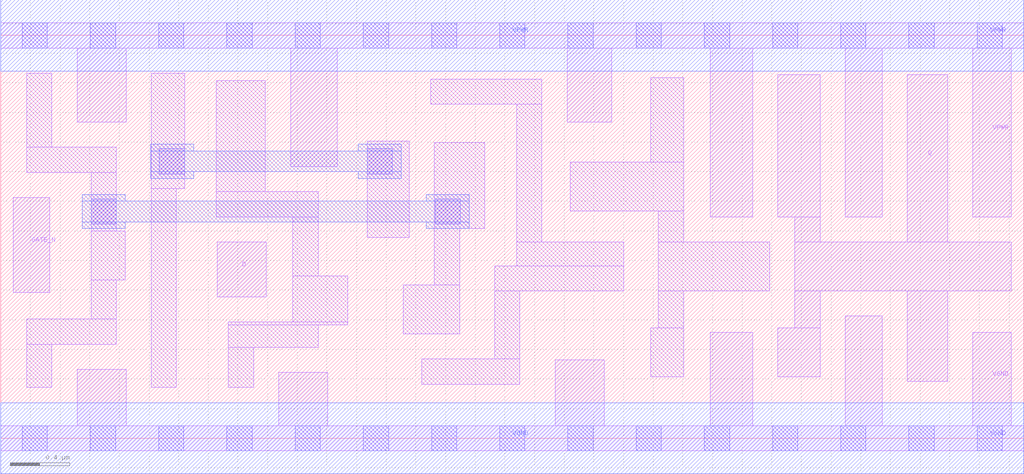
<source format=lef>
# Copyright 2020 The SkyWater PDK Authors
#
# Licensed under the Apache License, Version 2.0 (the "License");
# you may not use this file except in compliance with the License.
# You may obtain a copy of the License at
#
#     https://www.apache.org/licenses/LICENSE-2.0
#
# Unless required by applicable law or agreed to in writing, software
# distributed under the License is distributed on an "AS IS" BASIS,
# WITHOUT WARRANTIES OR CONDITIONS OF ANY KIND, either express or implied.
# See the License for the specific language governing permissions and
# limitations under the License.
#
# SPDX-License-Identifier: Apache-2.0

VERSION 5.7 ;
  NAMESCASESENSITIVE ON ;
  NOWIREEXTENSIONATPIN ON ;
  DIVIDERCHAR "/" ;
  BUSBITCHARS "[]" ;
UNITS
  DATABASE MICRONS 200 ;
END UNITS
MACRO sky130_fd_sc_hd__dlxtn_4
  CLASS CORE ;
  SOURCE USER ;
  FOREIGN sky130_fd_sc_hd__dlxtn_4 ;
  ORIGIN  0.000000  0.000000 ;
  SIZE  6.900000 BY  2.720000 ;
  SYMMETRY X Y R90 ;
  SITE unithd ;
  PIN D
    ANTENNAGATEAREA  0.159000 ;
    DIRECTION INPUT ;
    USE SIGNAL ;
    PORT
      LAYER li1 ;
        RECT 1.460000 0.955000 1.790000 1.325000 ;
    END
  END D
  PIN Q
    ANTENNADIFFAREA  0.924000 ;
    DIRECTION OUTPUT ;
    USE SIGNAL ;
    PORT
      LAYER li1 ;
        RECT 5.240000 0.415000 5.525000 0.745000 ;
        RECT 5.240000 1.495000 5.525000 2.455000 ;
        RECT 5.355000 0.745000 5.525000 0.995000 ;
        RECT 5.355000 0.995000 6.815000 1.325000 ;
        RECT 5.355000 1.325000 5.525000 1.495000 ;
        RECT 6.115000 0.385000 6.385000 0.995000 ;
        RECT 6.115000 1.325000 6.385000 2.455000 ;
    END
  END Q
  PIN GATE_N
    ANTENNAGATEAREA  0.159000 ;
    DIRECTION INPUT ;
    USE CLOCK ;
    PORT
      LAYER li1 ;
        RECT 0.085000 0.985000 0.330000 1.625000 ;
    END
  END GATE_N
  PIN VGND
    DIRECTION INOUT ;
    SHAPE ABUTMENT ;
    USE GROUND ;
    PORT
      LAYER li1 ;
        RECT 0.000000 -0.085000 6.900000 0.085000 ;
        RECT 0.515000  0.085000 0.845000 0.465000 ;
        RECT 1.875000  0.085000 2.205000 0.445000 ;
        RECT 3.740000  0.085000 4.070000 0.530000 ;
        RECT 4.785000  0.085000 5.070000 0.715000 ;
        RECT 5.695000  0.085000 5.945000 0.825000 ;
        RECT 6.555000  0.085000 6.815000 0.715000 ;
      LAYER mcon ;
        RECT 0.145000 -0.085000 0.315000 0.085000 ;
        RECT 0.605000 -0.085000 0.775000 0.085000 ;
        RECT 1.065000 -0.085000 1.235000 0.085000 ;
        RECT 1.525000 -0.085000 1.695000 0.085000 ;
        RECT 1.985000 -0.085000 2.155000 0.085000 ;
        RECT 2.445000 -0.085000 2.615000 0.085000 ;
        RECT 2.905000 -0.085000 3.075000 0.085000 ;
        RECT 3.365000 -0.085000 3.535000 0.085000 ;
        RECT 3.825000 -0.085000 3.995000 0.085000 ;
        RECT 4.285000 -0.085000 4.455000 0.085000 ;
        RECT 4.745000 -0.085000 4.915000 0.085000 ;
        RECT 5.205000 -0.085000 5.375000 0.085000 ;
        RECT 5.665000 -0.085000 5.835000 0.085000 ;
        RECT 6.125000 -0.085000 6.295000 0.085000 ;
        RECT 6.585000 -0.085000 6.755000 0.085000 ;
      LAYER met1 ;
        RECT 0.000000 -0.240000 6.900000 0.240000 ;
    END
  END VGND
  PIN VPWR
    DIRECTION INOUT ;
    SHAPE ABUTMENT ;
    USE POWER ;
    PORT
      LAYER li1 ;
        RECT 0.000000 2.635000 6.900000 2.805000 ;
        RECT 0.515000 2.135000 0.845000 2.635000 ;
        RECT 1.955000 1.835000 2.270000 2.635000 ;
        RECT 3.820000 2.135000 4.120000 2.635000 ;
        RECT 4.785000 1.495000 5.070000 2.635000 ;
        RECT 5.695000 1.495000 5.945000 2.635000 ;
        RECT 6.555000 1.495000 6.815000 2.635000 ;
      LAYER mcon ;
        RECT 0.145000 2.635000 0.315000 2.805000 ;
        RECT 0.605000 2.635000 0.775000 2.805000 ;
        RECT 1.065000 2.635000 1.235000 2.805000 ;
        RECT 1.525000 2.635000 1.695000 2.805000 ;
        RECT 1.985000 2.635000 2.155000 2.805000 ;
        RECT 2.445000 2.635000 2.615000 2.805000 ;
        RECT 2.905000 2.635000 3.075000 2.805000 ;
        RECT 3.365000 2.635000 3.535000 2.805000 ;
        RECT 3.825000 2.635000 3.995000 2.805000 ;
        RECT 4.285000 2.635000 4.455000 2.805000 ;
        RECT 4.745000 2.635000 4.915000 2.805000 ;
        RECT 5.205000 2.635000 5.375000 2.805000 ;
        RECT 5.665000 2.635000 5.835000 2.805000 ;
        RECT 6.125000 2.635000 6.295000 2.805000 ;
        RECT 6.585000 2.635000 6.755000 2.805000 ;
      LAYER met1 ;
        RECT 0.000000 2.480000 6.900000 2.960000 ;
    END
  END VPWR
  OBS
    LAYER li1 ;
      RECT 0.175000 0.345000 0.345000 0.635000 ;
      RECT 0.175000 0.635000 0.780000 0.805000 ;
      RECT 0.175000 1.795000 0.780000 1.965000 ;
      RECT 0.175000 1.965000 0.345000 2.465000 ;
      RECT 0.610000 0.805000 0.780000 1.070000 ;
      RECT 0.610000 1.070000 0.840000 1.400000 ;
      RECT 0.610000 1.400000 0.780000 1.795000 ;
      RECT 1.015000 0.345000 1.185000 1.685000 ;
      RECT 1.015000 1.685000 1.240000 2.465000 ;
      RECT 1.455000 1.495000 2.140000 1.665000 ;
      RECT 1.455000 1.665000 1.785000 2.415000 ;
      RECT 1.535000 0.345000 1.705000 0.615000 ;
      RECT 1.535000 0.615000 2.140000 0.765000 ;
      RECT 1.535000 0.765000 2.340000 0.785000 ;
      RECT 1.970000 0.785000 2.340000 1.095000 ;
      RECT 1.970000 1.095000 2.140000 1.495000 ;
      RECT 2.470000 1.355000 2.755000 2.005000 ;
      RECT 2.715000 0.705000 3.095000 1.035000 ;
      RECT 2.840000 0.365000 3.500000 0.535000 ;
      RECT 2.900000 2.255000 3.650000 2.425000 ;
      RECT 2.925000 1.035000 3.095000 1.415000 ;
      RECT 2.925000 1.415000 3.265000 1.995000 ;
      RECT 3.330000 0.535000 3.500000 0.995000 ;
      RECT 3.330000 0.995000 4.200000 1.165000 ;
      RECT 3.480000 1.165000 4.200000 1.325000 ;
      RECT 3.480000 1.325000 3.650000 2.255000 ;
      RECT 3.840000 1.535000 4.605000 1.865000 ;
      RECT 4.385000 0.415000 4.605000 0.745000 ;
      RECT 4.385000 1.865000 4.605000 2.435000 ;
      RECT 4.435000 0.745000 4.605000 0.995000 ;
      RECT 4.435000 0.995000 5.185000 1.325000 ;
      RECT 4.435000 1.325000 4.605000 1.535000 ;
    LAYER mcon ;
      RECT 0.610000 1.445000 0.780000 1.615000 ;
      RECT 1.070000 1.785000 1.240000 1.955000 ;
      RECT 2.470000 1.785000 2.640000 1.955000 ;
      RECT 2.930000 1.445000 3.100000 1.615000 ;
    LAYER met1 ;
      RECT 0.550000 1.415000 0.840000 1.460000 ;
      RECT 0.550000 1.460000 3.160000 1.600000 ;
      RECT 0.550000 1.600000 0.840000 1.645000 ;
      RECT 1.010000 1.755000 1.300000 1.800000 ;
      RECT 1.010000 1.800000 2.700000 1.940000 ;
      RECT 1.010000 1.940000 1.300000 1.985000 ;
      RECT 2.410000 1.755000 2.700000 1.800000 ;
      RECT 2.410000 1.940000 2.700000 1.985000 ;
      RECT 2.870000 1.415000 3.160000 1.460000 ;
      RECT 2.870000 1.600000 3.160000 1.645000 ;
  END
END sky130_fd_sc_hd__dlxtn_4

</source>
